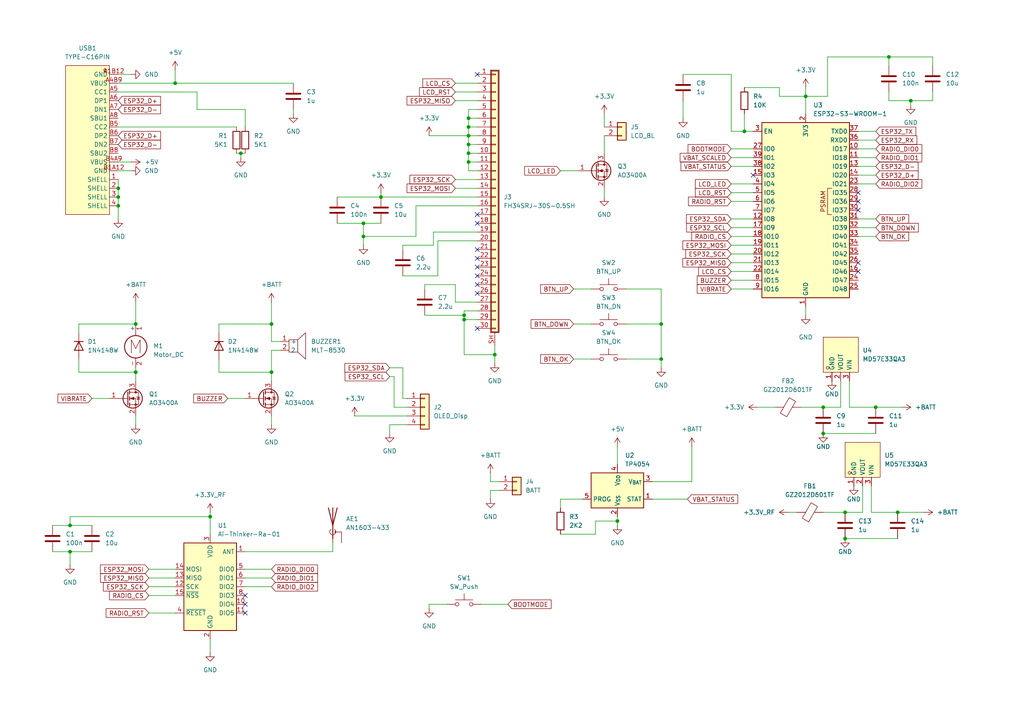
<source format=kicad_sch>
(kicad_sch (version 20231120) (generator "eeschema") (generator_version "8.0")
  (paper "A4")
  (junction (at 135.89 44.45))
  (junction (at 143.51 102.87))
  (junction (at 254 118.11))
  (junction (at 264.16 29.21))
  (junction (at 134.62 92.71))
  (junction (at 257.81 16.51))
  (junction (at 135.89 39.37))
  (junction (at 110.49 57.15))
  (junction (at 135.89 36.83))
  (junction (at 191.77 104.14))
  (junction (at 134.62 91.44))
  (junction (at 215.9 38.1))
  (junction (at 20.32 152.4))
  (junction (at 191.77 93.98))
  (junction (at 135.89 34.29))
  (junction (at 34.29 59.69))
  (junction (at 245.11 148.59))
  (junction (at 39.37 93.98))
  (junction (at 238.76 118.11))
  (junction (at 238.76 125.73))
  (junction (at 179.07 151.13))
  (junction (at 69.85 44.45))
  (junction (at 34.29 57.15))
  (junction (at 78.74 107.95))
  (junction (at 20.32 160.02))
  (junction (at 60.96 149.86))
  (junction (at 260.35 148.59))
  (junction (at 105.41 64.77))
  (junction (at 105.41 68.58))
  (junction (at 135.89 41.91))
  (junction (at 245.11 156.21))
  (junction (at 78.74 93.98))
  (junction (at 34.29 54.61))
  (junction (at 50.8 24.13))
  (junction (at 39.37 107.95))
  (junction (at 233.68 27.94))
  (junction (at 135.89 46.99))
  (no_connect (at 138.43 74.93))
  (no_connect (at 138.43 64.77))
  (no_connect (at 248.92 55.88))
  (no_connect (at 218.44 50.8))
  (no_connect (at 71.12 175.26))
  (no_connect (at 138.43 77.47))
  (no_connect (at 248.92 78.74))
  (no_connect (at 71.12 177.8))
  (no_connect (at 248.92 76.2))
  (no_connect (at 138.43 62.23))
  (no_connect (at 138.43 85.09))
  (no_connect (at 138.43 21.59))
  (no_connect (at 138.43 82.55))
  (no_connect (at 248.92 58.42))
  (no_connect (at 138.43 95.25))
  (no_connect (at 138.43 72.39))
  (no_connect (at 248.92 60.96))
  (no_connect (at 138.43 80.01))
  (no_connect (at 71.12 172.72))
  (wire (pts (xy 162.56 154.94) (xy 172.72 154.94)))
  (wire (pts (xy 191.77 83.82) (xy 191.77 93.98)))
  (wire (pts (xy 22.86 107.95) (xy 39.37 107.95)))
  (wire (pts (xy 132.08 82.55) (xy 123.19 82.55)))
  (wire (pts (xy 39.37 87.63) (xy 39.37 93.98)))
  (wire (pts (xy 134.62 91.44) (xy 134.62 92.71)))
  (wire (pts (xy 50.8 20.32) (xy 50.8 24.13)))
  (wire (pts (xy 233.68 27.94) (xy 233.68 33.02)))
  (wire (pts (xy 132.08 26.67) (xy 138.43 26.67)))
  (wire (pts (xy 232.41 118.11) (xy 238.76 118.11)))
  (wire (pts (xy 60.96 185.42) (xy 60.96 189.23)))
  (wire (pts (xy 129.54 175.26) (xy 124.46 175.26)))
  (wire (pts (xy 132.08 87.63) (xy 132.08 82.55)))
  (wire (pts (xy 248.92 50.8) (xy 254 50.8)))
  (wire (pts (xy 252.73 148.59) (xy 252.73 140.97)))
  (wire (pts (xy 212.09 38.1) (xy 215.9 38.1)))
  (wire (pts (xy 38.1 46.99) (xy 34.29 46.99)))
  (wire (pts (xy 105.41 64.77) (xy 110.49 64.77)))
  (wire (pts (xy 212.09 78.74) (xy 218.44 78.74)))
  (wire (pts (xy 181.61 104.14) (xy 191.77 104.14)))
  (wire (pts (xy 134.62 102.87) (xy 143.51 102.87)))
  (wire (pts (xy 243.84 110.49) (xy 243.84 118.11)))
  (wire (pts (xy 248.92 53.34) (xy 254 53.34)))
  (wire (pts (xy 78.74 120.65) (xy 78.74 123.19)))
  (wire (pts (xy 39.37 107.95) (xy 39.37 110.49)))
  (wire (pts (xy 212.09 53.34) (xy 218.44 53.34)))
  (wire (pts (xy 175.26 39.37) (xy 175.26 44.45)))
  (wire (pts (xy 200.66 129.54) (xy 200.66 139.7)))
  (wire (pts (xy 116.84 115.57) (xy 116.84 106.68)))
  (wire (pts (xy 168.91 144.78) (xy 162.56 144.78)))
  (wire (pts (xy 212.09 21.59) (xy 212.09 38.1)))
  (wire (pts (xy 212.09 81.28) (xy 218.44 81.28)))
  (wire (pts (xy 248.92 63.5) (xy 254 63.5)))
  (wire (pts (xy 123.19 82.55) (xy 123.19 83.82)))
  (wire (pts (xy 38.1 49.53) (xy 34.29 49.53)))
  (wire (pts (xy 105.41 68.58) (xy 105.41 71.12)))
  (wire (pts (xy 124.46 175.26) (xy 124.46 176.53)))
  (wire (pts (xy 257.81 29.21) (xy 264.16 29.21)))
  (wire (pts (xy 71.12 160.02) (xy 96.52 160.02)))
  (wire (pts (xy 212.09 45.72) (xy 218.44 45.72)))
  (wire (pts (xy 125.73 71.12) (xy 116.84 71.12)))
  (wire (pts (xy 20.32 160.02) (xy 26.67 160.02)))
  (wire (pts (xy 68.58 44.45) (xy 69.85 44.45)))
  (wire (pts (xy 116.84 80.01) (xy 127 80.01)))
  (wire (pts (xy 212.09 43.18) (xy 218.44 43.18)))
  (wire (pts (xy 189.23 144.78) (xy 199.39 144.78)))
  (wire (pts (xy 71.12 31.75) (xy 57.15 31.75)))
  (wire (pts (xy 264.16 29.21) (xy 270.51 29.21)))
  (wire (pts (xy 138.43 31.75) (xy 135.89 31.75)))
  (wire (pts (xy 228.6 148.59) (xy 231.14 148.59)))
  (wire (pts (xy 248.92 66.04) (xy 254 66.04)))
  (wire (pts (xy 212.09 55.88) (xy 218.44 55.88)))
  (wire (pts (xy 135.89 44.45) (xy 138.43 44.45)))
  (wire (pts (xy 172.72 151.13) (xy 179.07 151.13)))
  (wire (pts (xy 22.86 104.14) (xy 22.86 107.95)))
  (wire (pts (xy 166.37 83.82) (xy 171.45 83.82)))
  (wire (pts (xy 233.68 25.4) (xy 233.68 27.94)))
  (wire (pts (xy 110.49 55.88) (xy 110.49 57.15)))
  (wire (pts (xy 138.43 67.31) (xy 125.73 67.31)))
  (wire (pts (xy 212.09 76.2) (xy 218.44 76.2)))
  (wire (pts (xy 50.8 24.13) (xy 34.29 24.13)))
  (wire (pts (xy 71.12 170.18) (xy 78.74 170.18)))
  (wire (pts (xy 248.92 38.1) (xy 254 38.1)))
  (wire (pts (xy 200.66 139.7) (xy 189.23 139.7)))
  (wire (pts (xy 246.38 118.11) (xy 246.38 110.49)))
  (wire (pts (xy 135.89 34.29) (xy 135.89 36.83)))
  (wire (pts (xy 248.92 45.72) (xy 254 45.72)))
  (wire (pts (xy 113.03 123.19) (xy 113.03 125.73)))
  (wire (pts (xy 123.19 91.44) (xy 134.62 91.44)))
  (wire (pts (xy 248.92 43.18) (xy 254 43.18)))
  (wire (pts (xy 135.89 39.37) (xy 138.43 39.37)))
  (wire (pts (xy 34.29 57.15) (xy 34.29 59.69)))
  (wire (pts (xy 212.09 48.26) (xy 218.44 48.26)))
  (wire (pts (xy 34.29 54.61) (xy 34.29 57.15)))
  (wire (pts (xy 166.37 104.14) (xy 171.45 104.14)))
  (wire (pts (xy 135.89 39.37) (xy 135.89 41.91)))
  (wire (pts (xy 261.62 118.11) (xy 254 118.11)))
  (wire (pts (xy 38.1 21.59) (xy 34.29 21.59)))
  (wire (pts (xy 135.89 34.29) (xy 138.43 34.29)))
  (wire (pts (xy 135.89 36.83) (xy 138.43 36.83)))
  (wire (pts (xy 245.11 156.21) (xy 260.35 156.21)))
  (wire (pts (xy 212.09 71.12) (xy 218.44 71.12)))
  (wire (pts (xy 191.77 104.14) (xy 191.77 106.68)))
  (wire (pts (xy 139.7 175.26) (xy 147.32 175.26)))
  (wire (pts (xy 113.03 109.22) (xy 114.3 109.22)))
  (wire (pts (xy 63.5 93.98) (xy 63.5 96.52)))
  (wire (pts (xy 34.29 52.07) (xy 34.29 54.61)))
  (wire (pts (xy 240.03 16.51) (xy 257.81 16.51)))
  (wire (pts (xy 142.24 142.24) (xy 142.24 144.78)))
  (wire (pts (xy 138.43 59.69) (xy 120.65 59.69)))
  (wire (pts (xy 212.09 83.82) (xy 218.44 83.82)))
  (wire (pts (xy 60.96 149.86) (xy 60.96 154.94)))
  (wire (pts (xy 238.76 125.73) (xy 254 125.73)))
  (wire (pts (xy 20.32 149.86) (xy 60.96 149.86)))
  (wire (pts (xy 179.07 151.13) (xy 179.07 152.4)))
  (wire (pts (xy 134.62 92.71) (xy 134.62 102.87)))
  (wire (pts (xy 226.06 27.94) (xy 233.68 27.94)))
  (wire (pts (xy 69.85 44.45) (xy 69.85 45.72)))
  (wire (pts (xy 175.26 33.02) (xy 175.26 36.83)))
  (wire (pts (xy 102.87 120.65) (xy 118.11 120.65)))
  (wire (pts (xy 118.11 115.57) (xy 116.84 115.57)))
  (wire (pts (xy 81.28 101.6) (xy 78.74 101.6)))
  (wire (pts (xy 143.51 100.33) (xy 143.51 102.87)))
  (wire (pts (xy 78.74 107.95) (xy 78.74 110.49)))
  (wire (pts (xy 71.12 167.64) (xy 78.74 167.64)))
  (wire (pts (xy 120.65 59.69) (xy 120.65 68.58)))
  (wire (pts (xy 125.73 67.31) (xy 125.73 71.12)))
  (wire (pts (xy 135.89 49.53) (xy 138.43 49.53)))
  (wire (pts (xy 97.79 57.15) (xy 110.49 57.15)))
  (wire (pts (xy 43.18 172.72) (xy 50.8 172.72)))
  (wire (pts (xy 138.43 87.63) (xy 132.08 87.63)))
  (wire (pts (xy 69.85 44.45) (xy 71.12 44.45)))
  (wire (pts (xy 144.78 142.24) (xy 142.24 142.24)))
  (wire (pts (xy 181.61 93.98) (xy 191.77 93.98)))
  (wire (pts (xy 135.89 46.99) (xy 138.43 46.99)))
  (wire (pts (xy 15.24 152.4) (xy 20.32 152.4)))
  (wire (pts (xy 116.84 106.68) (xy 113.03 106.68)))
  (wire (pts (xy 124.46 39.37) (xy 135.89 39.37)))
  (wire (pts (xy 257.81 26.67) (xy 257.81 29.21)))
  (wire (pts (xy 34.29 36.83) (xy 68.58 36.83)))
  (wire (pts (xy 114.3 109.22) (xy 114.3 118.11)))
  (wire (pts (xy 15.24 160.02) (xy 20.32 160.02)))
  (wire (pts (xy 34.29 59.69) (xy 34.29 63.5)))
  (wire (pts (xy 257.81 16.51) (xy 270.51 16.51)))
  (wire (pts (xy 248.92 68.58) (xy 254 68.58)))
  (wire (pts (xy 254 118.11) (xy 246.38 118.11)))
  (wire (pts (xy 127 80.01) (xy 127 69.85)))
  (wire (pts (xy 238.76 118.11) (xy 243.84 118.11)))
  (wire (pts (xy 20.32 152.4) (xy 26.67 152.4)))
  (wire (pts (xy 233.68 88.9) (xy 233.68 91.44)))
  (wire (pts (xy 198.12 21.59) (xy 212.09 21.59)))
  (wire (pts (xy 257.81 16.51) (xy 257.81 19.05)))
  (wire (pts (xy 20.32 160.02) (xy 20.32 163.83)))
  (wire (pts (xy 116.84 71.12) (xy 116.84 72.39)))
  (wire (pts (xy 166.37 93.98) (xy 171.45 93.98)))
  (wire (pts (xy 179.07 129.54) (xy 179.07 134.62)))
  (wire (pts (xy 260.35 148.59) (xy 252.73 148.59)))
  (wire (pts (xy 138.43 90.17) (xy 134.62 90.17)))
  (wire (pts (xy 215.9 38.1) (xy 218.44 38.1)))
  (wire (pts (xy 245.11 148.59) (xy 250.19 148.59)))
  (wire (pts (xy 179.07 149.86) (xy 179.07 151.13)))
  (wire (pts (xy 63.5 107.95) (xy 78.74 107.95)))
  (wire (pts (xy 219.71 118.11) (xy 224.79 118.11)))
  (wire (pts (xy 132.08 54.61) (xy 138.43 54.61)))
  (wire (pts (xy 135.89 36.83) (xy 135.89 39.37)))
  (wire (pts (xy 20.32 152.4) (xy 20.32 149.86)))
  (wire (pts (xy 135.89 44.45) (xy 135.89 46.99)))
  (wire (pts (xy 60.96 148.59) (xy 60.96 149.86)))
  (wire (pts (xy 78.74 93.98) (xy 63.5 93.98)))
  (wire (pts (xy 66.04 115.57) (xy 71.12 115.57)))
  (wire (pts (xy 212.09 58.42) (xy 218.44 58.42)))
  (wire (pts (xy 120.65 68.58) (xy 105.41 68.58)))
  (wire (pts (xy 143.51 102.87) (xy 143.51 105.41)))
  (wire (pts (xy 238.76 148.59) (xy 245.11 148.59)))
  (wire (pts (xy 212.09 66.04) (xy 218.44 66.04)))
  (wire (pts (xy 226.06 25.4) (xy 226.06 27.94)))
  (wire (pts (xy 63.5 104.14) (xy 63.5 107.95)))
  (wire (pts (xy 110.49 57.15) (xy 138.43 57.15)))
  (wire (pts (xy 96.52 160.02) (xy 96.52 157.48)))
  (wire (pts (xy 43.18 170.18) (xy 50.8 170.18)))
  (wire (pts (xy 57.15 31.75) (xy 57.15 26.67)))
  (wire (pts (xy 240.03 16.51) (xy 240.03 27.94)))
  (wire (pts (xy 248.92 48.26) (xy 254 48.26)))
  (wire (pts (xy 250.19 140.97) (xy 250.19 148.59)))
  (wire (pts (xy 142.24 139.7) (xy 142.24 137.16)))
  (wire (pts (xy 22.86 93.98) (xy 22.86 96.52)))
  (wire (pts (xy 132.08 52.07) (xy 138.43 52.07)))
  (wire (pts (xy 267.97 148.59) (xy 260.35 148.59)))
  (wire (pts (xy 240.03 27.94) (xy 233.68 27.94)))
  (wire (pts (xy 78.74 87.63) (xy 78.74 93.98)))
  (wire (pts (xy 162.56 144.78) (xy 162.56 147.32)))
  (wire (pts (xy 71.12 36.83) (xy 71.12 31.75)))
  (wire (pts (xy 50.8 24.13) (xy 85.09 24.13)))
  (wire (pts (xy 135.89 46.99) (xy 135.89 49.53)))
  (wire (pts (xy 26.67 115.57) (xy 31.75 115.57)))
  (wire (pts (xy 135.89 31.75) (xy 135.89 34.29)))
  (wire (pts (xy 212.09 63.5) (xy 218.44 63.5)))
  (wire (pts (xy 270.51 19.05) (xy 270.51 16.51)))
  (wire (pts (xy 135.89 41.91) (xy 138.43 41.91)))
  (wire (pts (xy 132.08 24.13) (xy 138.43 24.13)))
  (wire (pts (xy 57.15 26.67) (xy 34.29 26.67)))
  (wire (pts (xy 105.41 68.58) (xy 105.41 64.77)))
  (wire (pts (xy 127 69.85) (xy 138.43 69.85)))
  (wire (pts (xy 270.51 29.21) (xy 270.51 26.67)))
  (wire (pts (xy 134.62 90.17) (xy 134.62 91.44)))
  (wire (pts (xy 71.12 165.1) (xy 78.74 165.1)))
  (wire (pts (xy 114.3 118.11) (xy 118.11 118.11)))
  (wire (pts (xy 144.78 139.7) (xy 142.24 139.7)))
  (wire (pts (xy 78.74 99.06) (xy 78.74 93.98)))
  (wire (pts (xy 43.18 177.8) (xy 50.8 177.8)))
  (wire (pts (xy 138.43 92.71) (xy 134.62 92.71)))
  (wire (pts (xy 118.11 123.19) (xy 113.03 123.19)))
  (wire (pts (xy 175.26 54.61) (xy 175.26 57.15)))
  (wire (pts (xy 97.79 64.77) (xy 105.41 64.77)))
  (wire (pts (xy 181.61 83.82) (xy 191.77 83.82)))
  (wire (pts (xy 81.28 99.06) (xy 78.74 99.06)))
  (wire (pts (xy 39.37 107.95) (xy 39.37 106.68)))
  (wire (pts (xy 43.18 167.64) (xy 50.8 167.64)))
  (wire (pts (xy 135.89 41.91) (xy 135.89 44.45)))
  (wire (pts (xy 191.77 93.98) (xy 191.77 104.14)))
  (wire (pts (xy 198.12 29.21) (xy 198.12 34.29)))
  (wire (pts (xy 43.18 165.1) (xy 50.8 165.1)))
  (wire (pts (xy 172.72 154.94) (xy 172.72 151.13)))
  (wire (pts (xy 132.08 29.21) (xy 138.43 29.21)))
  (wire (pts (xy 215.9 33.02) (xy 215.9 38.1)))
  (wire (pts (xy 248.92 40.64) (xy 254 40.64)))
  (wire (pts (xy 264.16 29.21) (xy 264.16 30.48)))
  (wire (pts (xy 85.09 31.75) (xy 85.09 33.02)))
  (wire (pts (xy 78.74 101.6) (xy 78.74 107.95)))
  (wire (pts (xy 39.37 93.98) (xy 22.86 93.98)))
  (wire (pts (xy 215.9 25.4) (xy 226.06 25.4)))
  (wire (pts (xy 39.37 120.65) (xy 39.37 123.19)))
  (wire (pts (xy 212.09 68.58) (xy 218.44 68.58)))
  (wire (pts (xy 162.56 49.53) (xy 167.64 49.53)))
  (wire (pts (xy 212.09 73.66) (xy 218.44 73.66)))
  (global_label "ESP32_RX" (shape input) (at 254 40.64 0) (property "Intersheetrefs" "${INTERSHEET_REFS}" (effects (hide yes))))
  (global_label "LCD_LED" (shape input) (at 212.09 53.34 180) (property "Intersheetrefs" "${INTERSHEET_REFS}" (effects (hide yes))))
  (global_label "ESP32_SCK" (shape input) (at 132.08 52.07 180) (property "Intersheetrefs" "${INTERSHEET_REFS}" (effects (hide yes))))
  (global_label "ESP32_SDA" (shape input) (at 212.09 63.5 180) (property "Intersheetrefs" "${INTERSHEET_REFS}" (effects (hide yes))))
  (global_label "ESP32_SCK" (shape input) (at 43.18 170.18 180) (property "Intersheetrefs" "${INTERSHEET_REFS}" (effects (hide yes))))
  (global_label "VBAT_STATUS" (shape input) (at 212.09 48.26 180) (property "Intersheetrefs" "${INTERSHEET_REFS}" (effects (hide yes))))
  (global_label "RADIO_DIO0" (shape input) (at 254 43.18 0) (property "Intersheetrefs" "${INTERSHEET_REFS}" (effects (hide yes))))
  (global_label "ESP32_SCK" (shape input) (at 212.09 73.66 180) (property "Intersheetrefs" "${INTERSHEET_REFS}" (effects (hide yes))))
  (global_label "RADIO_DIO1" (shape input) (at 78.74 167.64 0) (property "Intersheetrefs" "${INTERSHEET_REFS}" (effects (hide yes))))
  (global_label "VIBRATE" (shape input) (at 26.67 115.57 180) (property "Intersheetrefs" "${INTERSHEET_REFS}" (effects (hide yes))))
  (global_label "LCD_CS" (shape input) (at 212.09 78.74 180) (property "Intersheetrefs" "${INTERSHEET_REFS}" (effects (hide yes))))
  (global_label "ESP32_D+" (shape input) (at 254 50.8 0) (property "Intersheetrefs" "${INTERSHEET_REFS}" (effects (hide yes))))
  (global_label "ESP32_MISO" (shape input) (at 43.18 167.64 180) (property "Intersheetrefs" "${INTERSHEET_REFS}" (effects (hide yes))))
  (global_label "ESP32_SCL" (shape input) (at 212.09 66.04 180) (property "Intersheetrefs" "${INTERSHEET_REFS}" (effects (hide yes))))
  (global_label "BOOTMODE" (shape input) (at 212.09 43.18 180) (property "Intersheetrefs" "${INTERSHEET_REFS}" (effects (hide yes))))
  (global_label "LCD_LED" (shape input) (at 162.56 49.53 180) (property "Intersheetrefs" "${INTERSHEET_REFS}" (effects (hide yes))))
  (global_label "VBAT_STATUS" (shape input) (at 199.39 144.78 0) (property "Intersheetrefs" "${INTERSHEET_REFS}" (effects (hide yes))))
  (global_label "ESP32_D-" (shape input) (at 34.29 41.91 0) (property "Intersheetrefs" "${INTERSHEET_REFS}" (effects (hide yes))))
  (global_label "ESP32_TX" (shape input) (at 254 38.1 0) (property "Intersheetrefs" "${INTERSHEET_REFS}" (effects (hide yes))))
  (global_label "RADIO_DIO0" (shape input) (at 78.74 165.1 0) (property "Intersheetrefs" "${INTERSHEET_REFS}" (effects (hide yes))))
  (global_label "RADIO_CS" (shape input) (at 43.18 172.72 180) (property "Intersheetrefs" "${INTERSHEET_REFS}" (effects (hide yes))))
  (global_label "BTN_DOWN" (shape input) (at 166.37 93.98 180) (property "Intersheetrefs" "${INTERSHEET_REFS}" (effects (hide yes))))
  (global_label "ESP32_MOSI" (shape input) (at 212.09 71.12 180) (property "Intersheetrefs" "${INTERSHEET_REFS}" (effects (hide yes))))
  (global_label "RADIO_RST" (shape input) (at 43.18 177.8 180) (property "Intersheetrefs" "${INTERSHEET_REFS}" (effects (hide yes))))
  (global_label "BUZZER" (shape input) (at 212.09 81.28 180) (property "Intersheetrefs" "${INTERSHEET_REFS}" (effects (hide yes))))
  (global_label "BTN_UP" (shape input) (at 166.37 83.82 180) (property "Intersheetrefs" "${INTERSHEET_REFS}" (effects (hide yes))))
  (global_label "BTN_UP" (shape input) (at 254 63.5 0) (property "Intersheetrefs" "${INTERSHEET_REFS}" (effects (hide yes))))
  (global_label "ESP32_MISO" (shape input) (at 212.09 76.2 180) (property "Intersheetrefs" "${INTERSHEET_REFS}" (effects (hide yes))))
  (global_label "ESP32_SDA" (shape input) (at 113.03 106.68 180) (property "Intersheetrefs" "${INTERSHEET_REFS}" (effects (hide yes))))
  (global_label "ESP32_MOSI" (shape input) (at 43.18 165.1 180) (property "Intersheetrefs" "${INTERSHEET_REFS}" (effects (hide yes))))
  (global_label "LCD_CS" (shape input) (at 132.08 24.13 180) (property "Intersheetrefs" "${INTERSHEET_REFS}" (effects (hide yes))))
  (global_label "RADIO_CS" (shape input) (at 212.09 68.58 180) (property "Intersheetrefs" "${INTERSHEET_REFS}" (effects (hide yes))))
  (global_label "ESP32_D+" (shape input) (at 34.29 39.37 0) (property "Intersheetrefs" "${INTERSHEET_REFS}" (effects (hide yes))))
  (global_label "BTN_OK" (shape input) (at 254 68.58 0) (property "Intersheetrefs" "${INTERSHEET_REFS}" (effects (hide yes))))
  (global_label "ESP32_MOSI" (shape input) (at 132.08 54.61 180) (property "Intersheetrefs" "${INTERSHEET_REFS}" (effects (hide yes))))
  (global_label "RADIO_DIO2" (shape input) (at 78.74 170.18 0) (property "Intersheetrefs" "${INTERSHEET_REFS}" (effects (hide yes))))
  (global_label "RADIO_DIO2" (shape input) (at 254 53.34 0) (property "Intersheetrefs" "${INTERSHEET_REFS}" (effects (hide yes))))
  (global_label "BTN_OK" (shape input) (at 166.37 104.14 180) (property "Intersheetrefs" "${INTERSHEET_REFS}" (effects (hide yes))))
  (global_label "BUZZER" (shape input) (at 66.04 115.57 180) (property "Intersheetrefs" "${INTERSHEET_REFS}" (effects (hide yes))))
  (global_label "ESP32_D-" (shape input) (at 254 48.26 0) (property "Intersheetrefs" "${INTERSHEET_REFS}" (effects (hide yes))))
  (global_label "ESP32_SCL" (shape input) (at 113.03 109.22 180) (property "Intersheetrefs" "${INTERSHEET_REFS}" (effects (hide yes))))
  (global_label "RADIO_DIO1" (shape input) (at 254 45.72 0) (property "Intersheetrefs" "${INTERSHEET_REFS}" (effects (hide yes))))
  (global_label "ESP32_MISO" (shape input) (at 132.08 29.21 180) (property "Intersheetrefs" "${INTERSHEET_REFS}" (effects (hide yes))))
  (global_label "VIBRATE" (shape input) (at 212.09 83.82 180) (property "Intersheetrefs" "${INTERSHEET_REFS}" (effects (hide yes))))
  (global_label "BOOTMODE" (shape input) (at 147.32 175.26 0) (property "Intersheetrefs" "${INTERSHEET_REFS}" (effects (hide yes))))
  (global_label "LCD_RST" (shape input) (at 212.09 55.88 180) (property "Intersheetrefs" "${INTERSHEET_REFS}" (effects (hide yes))))
  (global_label "LCD_RST" (shape input) (at 132.08 26.67 180) (property "Intersheetrefs" "${INTERSHEET_REFS}" (effects (hide yes))))
  (global_label "VBAT_SCALED" (shape input) (at 212.09 45.72 180) (property "Intersheetrefs" "${INTERSHEET_REFS}" (effects (hide yes))))
  (global_label "BTN_DOWN" (shape input) (at 254 66.04 0) (property "Intersheetrefs" "${INTERSHEET_REFS}" (effects (hide yes))))
  (global_label "ESP32_D-" (shape input) (at 34.29 31.75 0) (property "Intersheetrefs" "${INTERSHEET_REFS}" (effects (hide yes))))
  (global_label "ESP32_D+" (shape input) (at 34.29 29.21 0) (property "Intersheetrefs" "${INTERSHEET_REFS}" (effects (hide yes))))
  (global_label "RADIO_RST" (shape input) (at 212.09 58.42 180) (property "Intersheetrefs" "${INTERSHEET_REFS}" (effects (hide yes))))
  (symbol (lib_id "easyeda:MD57E33QA3") (at 243.84 102.87 90) (unit 1)
    (property "Reference" "U4" (at 250.19 101.5999 90) (effects (justify right)))
    (property "Value" "MD57E33QA3" (at 250.19 104.1399 90) (effects (justify right)))
    (property "Footprint" "easyeda:SOT-23-3_L2.9-W1.6-P1.90-LS2.8-BR" (effects (hide yes)))
    (property "LCSC Part" "C920553" (effects (hide yes)))
  )
  (symbol (lib_id "power:GND") (at 238.76 125.73 0) (unit 1)
    (property "Reference" "#PWR036" (effects (hide yes)))
    (property "Value" "GND" (at 238.76 129.54 0))
    (property "Description" "Power symbol creates a global label with name \"GND\" , ground" (effects (hide yes)))
  )
  (symbol (lib_id "Device:C") (at 123.19 87.63 0) (unit 1)
    (property "Reference" "C7" (at 127 86.3599 0) (effects (justify left)))
    (property "Value" "2.2u" (at 127 88.8999 0) (effects (justify left)))
    (property "Footprint" "Capacitor_SMD:C_0805_2012Metric" (effects (hide yes)))
    (property "Description" "Unpolarized capacitor" (effects (hide yes)))
  )
  (symbol (lib_id "power:GND") (at 113.03 125.73 0) (unit 1)
    (property "Reference" "#PWR016" (effects (hide yes)))
    (property "Value" "GND" (at 113.03 130.81 0))
    (property "Description" "Power symbol creates a global label with name \"GND\" , ground" (effects (hide yes)))
  )
  (symbol (lib_id "power:+3.3V") (at 110.49 55.88 0) (unit 1)
    (property "Reference" "#PWR015" (effects (hide yes)))
    (property "Value" "+3.3V" (at 110.49 50.8 0))
    (property "Description" "Power symbol creates a global label with name \"+3.3V\"" (effects (hide yes)))
  )
  (symbol (lib_id "power:GND") (at 38.1 49.53 90) (unit 1)
    (property "Reference" "#PWR040" (effects (hide yes)))
    (property "Value" "GND" (at 41.91 49.5299 90) (effects (justify right)))
    (property "Description" "Power symbol creates a global label with name \"GND\" , ground" (effects (hide yes)))
  )
  (symbol (lib_id "power:GND") (at 142.24 144.78 0) (unit 1)
    (property "Reference" "#PWR020" (effects (hide yes)))
    (property "Value" "GND" (at 142.24 149.86 0))
    (property "Description" "Power symbol creates a global label with name \"GND\" , ground" (effects (hide yes)))
  )
  (symbol (lib_id "Device:C") (at 254 121.92 0) (unit 1)
    (property "Reference" "C11" (at 257.81 120.6499 0) (effects (justify left)))
    (property "Value" "1u" (at 257.81 123.1899 0) (effects (justify left)))
    (property "Footprint" "Capacitor_SMD:C_0805_2012Metric" (effects (hide yes)))
    (property "Description" "Unpolarized capacitor" (effects (hide yes)))
  )
  (symbol (lib_id "power:GND") (at 124.46 176.53 0) (unit 1)
    (property "Reference" "#PWR018" (effects (hide yes)))
    (property "Value" "GND" (at 124.46 181.61 0))
    (property "Description" "Power symbol creates a global label with name \"GND\" , ground" (effects (hide yes)))
  )
  (symbol (lib_id "power:GND") (at 69.85 45.72 0) (unit 1)
    (property "Reference" "#PWR08" (effects (hide yes)))
    (property "Value" "GND" (at 69.85 50.8 0))
    (property "Description" "Power symbol creates a global label with name \"GND\" , ground" (effects (hide yes)))
  )
  (symbol (lib_id "power:+3.3V") (at 102.87 120.65 0) (unit 1)
    (property "Reference" "#PWR013" (effects (hide yes)))
    (property "Value" "+3.3V" (at 102.87 115.57 0))
    (property "Description" "Power symbol creates a global label with name \"+3.3V\"" (effects (hide yes)))
  )
  (symbol (lib_id "power:+BATT") (at 267.97 148.59 270) (unit 1)
    (property "Reference" "#PWR039" (effects (hide yes)))
    (property "Value" "+BATT" (at 271.78 148.5899 90) (effects (justify left)))
    (property "Description" "Power symbol creates a global label with name \"+BATT\"" (effects (hide yes)))
  )
  (symbol (lib_id "Device:C") (at 85.09 27.94 0) (unit 1)
    (property "Reference" "C3" (at 88.9 26.6699 0) (effects (justify left)))
    (property "Value" "1u" (at 88.9 29.2099 0) (effects (justify left)))
    (property "Footprint" "Capacitor_SMD:C_0805_2012Metric" (effects (hide yes)))
    (property "Description" "Unpolarized capacitor" (effects (hide yes)))
  )
  (symbol (lib_id "power:GND") (at 245.11 156.21 0) (unit 1)
    (property "Reference" "#PWR037" (effects (hide yes)))
    (property "Value" "GND" (at 245.11 160.02 0))
    (property "Description" "Power symbol creates a global label with name \"GND\" , ground" (effects (hide yes)))
  )
  (symbol (lib_id "Battery_Management:MCP73831-2-OT") (at 179.07 142.24 0) (unit 1)
    (property "Reference" "U2" (at 181.2641 132.08 0) (effects (justify left)))
    (property "Value" "TP4054" (at 181.2641 134.62 0) (effects (justify left)))
    (property "Footprint" "Package_TO_SOT_SMD:SOT-23-5" (effects (hide yes)))
    (property "Datasheet" "https://www.lcsc.com/datasheet/lcsc_datasheet_1809261814_TOPPOWER-Nanjing-Extension-Microelectronics-TP4054-42-SOT25R_C32574.pdf" (effects (hide yes)))
  )
  (symbol (lib_id "RF_Module:ESP32-S3-WROOM-1") (at 233.68 60.96 0) (unit 1)
    (property "Reference" "U3" (at 235.8741 30.48 0) (effects (justify left)))
    (property "Value" "ESP32-S3-WROOM-1" (at 235.8741 33.02 0) (effects (justify left)))
    (property "Footprint" "RF_Module:ESP32-S3-WROOM-1" (effects (hide yes)))
    (property "Datasheet" "https://www.espressif.com/sites/default/files/documentation/esp32-s3-wroom-1_wroom-1u_datasheet_en.pdf" (effects (hide yes)))
    (property "Description" "RF Module, ESP32-S3 SoC, Wi-Fi 802.11b/g/n, Bluetooth, BLE, 32-bit, 3.3V, onboard antenna, SMD" (effects (hide yes)))
  )
  (symbol (lib_id "power:+BATT") (at 200.66 129.54 0) (unit 1)
    (property "Reference" "#PWR028" (effects (hide yes)))
    (property "Value" "+BATT" (at 200.66 124.46 0))
    (property "Description" "Power symbol creates a global label with name \"+BATT\"" (effects (hide yes)))
  )
  (symbol (lib_id "Transistor_FET:AO3400A") (at 36.83 115.57 0) (unit 1)
    (property "Reference" "Q1" (at 43.18 114.2999 0) (effects (justify left)))
    (property "Value" "AO3400A" (at 43.18 116.8399 0) (effects (justify left)))
    (property "Footprint" "Package_TO_SOT_SMD:SOT-23" (effects (hide yes)))
    (property "Datasheet" "http://www.aosmd.com/pdfs/datasheet/AO3400A.pdf" (effects (hide yes)))
    (property "Description" "30V Vds, 5.7A Id, N-Channel MOSFET, SOT-23" (effects (hide yes)))
  )
  (symbol (lib_id "Transistor_FET:AO3400A") (at 172.72 49.53 0) (unit 1)
    (property "Reference" "Q3" (at 179.07 48.2599 0) (effects (justify left)))
    (property "Value" "AO3400A" (at 179.07 50.7999 0) (effects (justify left)))
    (property "Footprint" "Package_TO_SOT_SMD:SOT-23" (effects (hide yes)))
    (property "Datasheet" "http://www.aosmd.com/pdfs/datasheet/AO3400A.pdf" (effects (hide yes)))
    (property "Description" "30V Vds, 5.7A Id, N-Channel MOSFET, SOT-23" (effects (hide yes)))
  )
  (symbol (lib_id "Connector_Generic:Conn_01x02") (at 180.34 36.83 0) (unit 1)
    (property "Reference" "J5" (at 182.88 36.8299 0) (effects (justify left)))
    (property "Value" "LCD_BL" (at 182.88 39.3699 0) (effects (justify left)))
    (property "Footprint" "Waffle2Rev0.1:ER-CON2.0-2P-SMD" (effects (hide yes)))
    (property "Description" "Generic connector, single row, 01x02, script generated (kicad-library-utils/schlib/autogen/connector/)" (effects (hide yes)))
  )
  (symbol (lib_id "Device:R") (at 71.12 40.64 0) (unit 1)
    (property "Reference" "R2" (at 73.66 39.3699 0) (effects (justify left)))
    (property "Value" "5K1" (at 73.66 41.9099 0) (effects (justify left)))
    (property "Footprint" "Capacitor_SMD:C_0805_2012Metric" (effects (hide yes)))
    (property "Description" "Resistor" (effects (hide yes)))
  )
  (symbol (lib_id "power:GND") (at 20.32 163.83 0) (unit 1)
    (property "Reference" "#PWR01" (effects (hide yes)))
    (property "Value" "GND" (at 20.32 168.91 0))
    (property "Description" "Power symbol creates a global label with name \"GND\" , ground" (effects (hide yes)))
  )
  (symbol (lib_id "Device:C") (at 116.84 76.2 0) (unit 1)
    (property "Reference" "C6" (at 120.65 74.9299 0) (effects (justify left)))
    (property "Value" "2.2u" (at 120.65 77.4699 0) (effects (justify left)))
    (property "Footprint" "Capacitor_SMD:C_0805_2012Metric" (effects (hide yes)))
    (property "Description" "Unpolarized capacitor" (effects (hide yes)))
  )
  (symbol (lib_id "Device:C") (at 257.81 22.86 0) (unit 1)
    (property "Reference" "C10" (at 261.62 21.5899 0) (effects (justify left)))
    (property "Value" "100n" (at 261.62 24.1299 0) (effects (justify left)))
    (property "Footprint" "Capacitor_SMD:C_0805_2012Metric" (effects (hide yes)))
    (property "Description" "Unpolarized capacitor" (effects (hide yes)))
  )
  (symbol (lib_id "power:GND") (at 247.65 140.97 0) (unit 1)
    (property "Reference" "#PWR038" (effects (hide yes)))
    (property "Value" "GND" (at 247.65 144.78 0))
    (property "Description" "Power symbol creates a global label with name \"GND\" , ground" (effects (hide yes)))
  )
  (symbol (lib_id "power:GND") (at 179.07 152.4 0) (unit 1)
    (property "Reference" "#PWR026" (effects (hide yes)))
    (property "Value" "GND" (at 179.07 157.48 0))
    (property "Description" "Power symbol creates a global label with name \"GND\" , ground" (effects (hide yes)))
  )
  (symbol (lib_id "Connector_Generic:Conn_01x04") (at 123.19 118.11 0) (unit 1)
    (property "Reference" "J2" (at 125.73 118.1099 0) (effects (justify left)))
    (property "Value" "OLED_Disp" (at 125.73 120.6499 0) (effects (justify left)))
    (property "Footprint" "Connector_PinHeader_2.54mm:PinHeader_1x04_P2.54mm_Vertical" (effects (hide yes)))
    (property "Description" "Generic connector, single row, 01x04, script generated (kicad-library-utils/schlib/autogen/connector/)" (effects (hide yes)))
  )
  (symbol (lib_id "easyeda:TYPE-C16PIN") (at 25.4 40.64 0) (mirror y) (unit 1)
    (property "Reference" "USB1" (at 25.4 13.97 0))
    (property "Value" "TYPE-C16PIN" (at 25.4 16.51 0))
    (property "Footprint" "easyeda:USB-C-SMD_TYPE-C16PIN" (effects (hide yes)))
    (property "Datasheet" "https://lcsc.com/product-detail/USB-Connectors_SHOU-HAN-TYPE-C16PIN_C393939.html" (effects (hide yes)))
    (property "LCSC Part" "C393939" (effects (hide yes)))
  )
  (symbol (lib_id "power:GND") (at 39.37 123.19 0) (unit 1)
    (property "Reference" "#PWR04" (effects (hide yes)))
    (property "Value" "GND" (at 39.37 128.27 0))
    (property "Description" "Power symbol creates a global label with name \"GND\" , ground" (effects (hide yes)))
  )
  (symbol (lib_id "easyeda:MD57E33QA3") (at 250.19 133.35 90) (unit 1)
    (property "Reference" "U5" (at 256.54 132.0799 90) (effects (justify right)))
    (property "Value" "MD57E33QA3" (at 256.54 134.6199 90) (effects (justify right)))
    (property "Footprint" "easyeda:SOT-23-3_L2.9-W1.6-P1.90-LS2.8-BR" (effects (hide yes)))
    (property "LCSC Part" "C920553" (effects (hide yes)))
  )
  (symbol (lib_id "Device:R") (at 215.9 29.21 0) (unit 1)
    (property "Reference" "R4" (at 218.44 27.9399 0) (effects (justify left)))
    (property "Value" "10K" (at 218.44 30.4799 0) (effects (justify left)))
    (property "Footprint" "Capacitor_SMD:C_0805_2012Metric" (effects (hide yes)))
    (property "Description" "Resistor" (effects (hide yes)))
  )
  (symbol (lib_id "power:GND") (at 191.77 106.68 0) (unit 1)
    (property "Reference" "#PWR024" (effects (hide yes)))
    (property "Value" "GND" (at 191.77 111.76 0))
    (property "Description" "Power symbol creates a global label with name \"GND\" , ground" (effects (hide yes)))
  )
  (symbol (lib_id "power:+BATT") (at 78.74 87.63 0) (unit 1)
    (property "Reference" "#PWR09" (effects (hide yes)))
    (property "Value" "+BATT" (at 78.74 82.55 0))
    (property "Description" "Power symbol creates a global label with name \"+BATT\"" (effects (hide yes)))
  )
  (symbol (lib_id "Device:C") (at 245.11 152.4 0) (unit 1)
    (property "Reference" "C13" (at 248.92 151.1299 0) (effects (justify left)))
    (property "Value" "1u" (at 248.92 153.6699 0) (effects (justify left)))
    (property "Footprint" "Capacitor_SMD:C_0805_2012Metric" (effects (hide yes)))
    (property "Description" "Unpolarized capacitor" (effects (hide yes)))
  )
  (symbol (lib_id "power:+BATT") (at 261.62 118.11 270) (unit 1)
    (property "Reference" "#PWR031" (effects (hide yes)))
    (property "Value" "+BATT" (at 265.43 118.1099 90) (effects (justify left)))
    (property "Description" "Power symbol creates a global label with name \"+BATT\"" (effects (hide yes)))
  )
  (symbol (lib_id "Connector_Generic_Shielded:Conn_01x30_Shielded") (at 143.51 57.15 0) (unit 1)
    (property "Reference" "J3" (at 146.05 57.1499 0) (effects (justify left)))
    (property "Value" "FH34SRJ-30S-0.5SH" (at 146.05 59.6899 0) (effects (justify left)))
    (property "Footprint" "Waffle2Rev0.1:ER-CON30HB-1" (effects (hide yes)))
    (property "Description" "Generic shielded connector, single row, 01x30, script generated (kicad-library-utils/schlib/autogen/connector/)" (effects (hide yes)))
  )
  (symbol (lib_id "power:GND") (at 241.3 110.49 0) (unit 1)
    (property "Reference" "#PWR034" (effects (hide yes)))
    (property "Value" "GND" (at 241.3 114.3 0))
    (property "Description" "Power symbol creates a global label with name \"GND\" , ground" (effects (hide yes)))
  )
  (symbol (lib_id "power:GND") (at 60.96 189.23 0) (unit 1)
    (property "Reference" "#PWR07" (effects (hide yes)))
    (property "Value" "GND" (at 60.96 194.31 0))
    (property "Description" "Power symbol creates a global label with name \"GND\" , ground" (effects (hide yes)))
  )
  (symbol (lib_id "Transistor_FET:AO3400A") (at 76.2 115.57 0) (unit 1)
    (property "Reference" "Q2" (at 82.55 114.2999 0) (effects (justify left)))
    (property "Value" "AO3400A" (at 82.55 116.8399 0) (effects (justify left)))
    (property "Footprint" "Package_TO_SOT_SMD:SOT-23" (effects (hide yes)))
    (property "Datasheet" "http://www.aosmd.com/pdfs/datasheet/AO3400A.pdf" (effects (hide yes)))
    (property "Description" "30V Vds, 5.7A Id, N-Channel MOSFET, SOT-23" (effects (hide yes)))
  )
  (symbol (lib_id "Switch:SW_Push") (at 176.53 104.14 0) (unit 1)
    (property "Reference" "SW4" (at 176.53 96.52 0))
    (property "Value" "BTN_OK" (at 176.53 99.06 0))
    (property "Footprint" "Button_Switch_SMD:SW_SPST_CK_RS282G05A3" (effects (hide yes)))
    (property "Description" "Push button switch, generic, two pins" (effects (hide yes)))
  )
  (symbol (lib_id "power:GND") (at 38.1 21.59 90) (unit 1)
    (property "Reference" "#PWR041" (effects (hide yes)))
    (property "Value" "GND" (at 41.91 21.5899 90) (effects (justify right)))
    (property "Description" "Power symbol creates a global label with name \"GND\" , ground" (effects (hide yes)))
  )
  (symbol (lib_id "power:+BATT") (at 39.37 87.63 0) (unit 1)
    (property "Reference" "#PWR03" (effects (hide yes)))
    (property "Value" "+BATT" (at 39.37 82.55 0))
    (property "Description" "Power symbol creates a global label with name \"+BATT\"" (effects (hide yes)))
  )
  (symbol (lib_id "power:GND") (at 85.09 33.02 0) (unit 1)
    (property "Reference" "#PWR011" (effects (hide yes)))
    (property "Value" "GND" (at 85.09 38.1 0))
    (property "Description" "Power symbol creates a global label with name \"GND\" , ground" (effects (hide yes)))
  )
  (symbol (lib_id "Device:C") (at 270.51 22.86 0) (unit 1)
    (property "Reference" "C12" (at 274.32 21.5899 0) (effects (justify left)))
    (property "Value" "10u" (at 274.32 24.1299 0) (effects (justify left)))
    (property "Footprint" "Capacitor_SMD:C_0805_2012Metric" (effects (hide yes)))
    (property "Description" "Unpolarized capacitor" (effects (hide yes)))
  )
  (symbol (lib_id "Diode:1N4148W") (at 22.86 100.33 270) (unit 1)
    (property "Reference" "D1" (at 25.4 99.0599 90) (effects (justify left)))
    (property "Value" "1N4148W" (at 25.4 101.5999 90) (effects (justify left)))
    (property "Footprint" "Diode_SMD:D_SOD-123" (effects (hide yes)))
    (property "Datasheet" "https://www.vishay.com/docs/85748/1n4148w.pdf" (effects (hide yes)))
    (property "Description" "75V 0.15A Fast Switching Diode, SOD-123" (effects (hide yes)))
    (property "Sim.Device" "D" (effects (hide yes)))
    (property "Sim.Pins" "1=K 2=A" (effects (hide yes)))
  )
  (symbol (lib_id "power:+3.3V") (at 219.71 118.11 90) (unit 1)
    (property "Reference" "#PWR035" (effects (hide yes)))
    (property "Value" "+3.3V" (at 215.9 118.1099 90) (effects (justify left)))
    (property "Description" "Power symbol creates a global label with name \"+3.3V\"" (effects (hide yes)))
  )
  (symbol (lib_id "power:+5V") (at 50.8 20.32 0) (unit 1)
    (property "Reference" "#PWR05" (effects (hide yes)))
    (property "Value" "+5V" (at 50.8 15.24 0))
    (property "Description" "Power symbol creates a global label with name \"+5V\"" (effects (hide yes)))
  )
  (symbol (lib_id "Switch:SW_Push") (at 176.53 93.98 0) (unit 1)
    (property "Reference" "SW3" (at 176.53 86.36 0))
    (property "Value" "BTN_DN" (at 176.53 88.9 0))
    (property "Footprint" "Button_Switch_SMD:SW_SPST_CK_RS282G05A3" (effects (hide yes)))
    (property "Description" "Push button switch, generic, two pins" (effects (hide yes)))
  )
  (symbol (lib_id "power:+3.3V") (at 124.46 39.37 0) (unit 1)
    (property "Reference" "#PWR017" (effects (hide yes)))
    (property "Value" "+3.3V" (at 124.46 34.29 0))
    (property "Description" "Power symbol creates a global label with name \"+3.3V\"" (effects (hide yes)))
  )
  (symbol (lib_id "power:+3.3V") (at 233.68 25.4 0) (unit 1)
    (property "Reference" "#PWR029" (effects (hide yes)))
    (property "Value" "+3.3V" (at 233.68 20.32 0))
    (property "Description" "Power symbol creates a global label with name \"+3.3V\"" (effects (hide yes)))
  )
  (symbol (lib_id "power:GND") (at 105.41 71.12 0) (unit 1)
    (property "Reference" "#PWR014" (effects (hide yes)))
    (property "Value" "GND" (at 105.41 76.2 0))
    (property "Description" "Power symbol creates a global label with name \"GND\" , ground" (effects (hide yes)))
  )
  (symbol (lib_id "Device:R") (at 162.56 151.13 0) (unit 1)
    (property "Reference" "R3" (at 165.1 149.8599 0) (effects (justify left)))
    (property "Value" "2K2" (at 165.1 152.3999 0) (effects (justify left)))
    (property "Footprint" "Capacitor_SMD:C_0805_2012Metric" (effects (hide yes)))
    (property "Description" "Resistor" (effects (hide yes)))
  )
  (symbol (lib_id "Switch:SW_Push") (at 134.62 175.26 0) (unit 1)
    (property "Reference" "SW1" (at 134.62 167.64 0))
    (property "Value" "SW_Push" (at 134.62 170.18 0))
    (property "Footprint" "Button_Switch_SMD:SW_SPST_CK_RS282G05A3" (effects (hide yes)))
    (property "Description" "Push button switch, generic, two pins" (effects (hide yes)))
  )
  (symbol (lib_id "Device:C") (at 15.24 156.21 0) (unit 1)
    (property "Reference" "C1" (at 19.05 154.9399 0) (effects (justify left)))
    (property "Value" "100n" (at 19.05 157.4799 0) (effects (justify left)))
    (property "Footprint" "Capacitor_SMD:C_0805_2012Metric" (effects (hide yes)))
    (property "Description" "Unpolarized capacitor" (effects (hide yes)))
  )
  (symbol (lib_id "power:+5V") (at 179.07 129.54 0) (unit 1)
    (property "Reference" "#PWR025" (effects (hide yes)))
    (property "Value" "+5V" (at 179.07 124.46 0))
    (property "Description" "Power symbol creates a global label with name \"+5V\"" (effects (hide yes)))
  )
  (symbol (lib_id "Device:C") (at 260.35 152.4 0) (unit 1)
    (property "Reference" "C14" (at 264.16 151.1299 0) (effects (justify left)))
    (property "Value" "1u" (at 264.16 153.6699 0) (effects (justify left)))
    (property "Footprint" "Capacitor_SMD:C_0805_2012Metric" (effects (hide yes)))
    (property "Description" "Unpolarized capacitor" (effects (hide yes)))
  )
  (symbol (lib_id "Switch:SW_Push") (at 176.53 83.82 0) (unit 1)
    (property "Reference" "SW2" (at 176.53 76.2 0))
    (property "Value" "BTN_UP" (at 176.53 78.74 0))
    (property "Footprint" "Button_Switch_SMD:SW_SPST_CK_RS282G05A3" (effects (hide yes)))
    (property "Description" "Push button switch, generic, two pins" (effects (hide yes)))
  )
  (symbol (lib_id "power:GND") (at 264.16 30.48 0) (unit 1)
    (property "Reference" "#PWR033" (effects (hide yes)))
    (property "Value" "GND" (at 264.16 35.56 0))
    (property "Description" "Power symbol creates a global label with name \"GND\" , ground" (effects (hide yes)))
  )
  (symbol (lib_id "Diode:1N4148W") (at 63.5 100.33 270) (unit 1)
    (property "Reference" "D2" (at 66.04 99.0599 90) (effects (justify left)))
    (property "Value" "1N4148W" (at 66.04 101.5999 90) (effects (justify left)))
    (property "Footprint" "Diode_SMD:D_SOD-123" (effects (hide yes)))
    (property "Datasheet" "https://www.vishay.com/docs/85748/1n4148w.pdf" (effects (hide yes)))
    (property "Description" "75V 0.15A Fast Switching Diode, SOD-123" (effects (hide yes)))
    (property "Sim.Device" "D" (effects (hide yes)))
    (property "Sim.Pins" "1=K 2=A" (effects (hide yes)))
  )
  (symbol (lib_id "Connector_Generic:Conn_01x02") (at 149.86 139.7 0) (unit 1)
    (property "Reference" "J4" (at 152.4 139.6999 0) (effects (justify left)))
    (property "Value" "BATT" (at 152.4 142.2399 0) (effects (justify left)))
    (property "Footprint" "Waffle2Rev0.1:ER-CON2.0-2P-SMD" (effects (hide yes)))
    (property "Description" "Generic connector, single row, 01x02, script generated (kicad-library-utils/schlib/autogen/connector/)" (effects (hide yes)))
  )
  (symbol (lib_id "power:+5V") (at 38.1 46.99 270) (unit 1)
    (property "Reference" "#PWR012" (effects (hide yes)))
    (property "Value" "+5V" (at 41.91 46.9899 90) (effects (justify left)))
    (property "Description" "Power symbol creates a global label with name \"+5V\"" (effects (hide yes)))
  )
  (symbol (lib_id "power:+3.3V") (at 228.6 148.59 90) (unit 1)
    (property "Reference" "#PWR032" (effects (hide yes)))
    (property "Value" "+3.3V_RF" (at 224.79 148.5899 90) (effects (justify left)))
    (property "Description" "Power symbol creates a global label with name \"+3.3V\"" (effects (hide yes)))
  )
  (symbol (lib_id "power:+3.3V") (at 175.26 33.02 0) (unit 1)
    (property "Reference" "#PWR022" (effects (hide yes)))
    (property "Value" "+3.3V" (at 175.26 27.94 0))
    (property "Description" "Power symbol creates a global label with name \"+3.3V\"" (effects (hide yes)))
  )
  (symbol (lib_id "power:+3.3V") (at 60.96 148.59 0) (unit 1)
    (property "Reference" "#PWR06" (effects (hide yes)))
    (property "Value" "+3.3V_RF" (at 60.96 143.51 0))
    (property "Description" "Power symbol creates a global label with name \"+3.3V\"" (effects (hide yes)))
  )
  (symbol (lib_id "Device:FerriteBead") (at 228.6 118.11 90) (unit 1)
    (property "Reference" "FB2" (at 228.5492 110.49 90))
    (property "Value" "GZ2012D601TF" (at 228.5492 113.03 90))
    (property "Footprint" "Inductor_SMD:L_0805_2012Metric" (effects (hide yes)))
    (property "Description" "Ferrite bead" (effects (hide yes)))
  )
  (symbol (lib_id "Device:C") (at 26.67 156.21 0) (unit 1)
    (property "Reference" "C2" (at 30.48 154.9399 0) (effects (justify left)))
    (property "Value" "10u" (at 30.48 157.4799 0) (effects (justify left)))
    (property "Footprint" "Capacitor_SMD:C_0805_2012Metric" (effects (hide yes)))
    (property "Description" "Unpolarized capacitor" (effects (hide yes)))
  )
  (symbol (lib_id "Device:Antenna_Shield") (at 96.52 152.4 0) (unit 1)
    (property "Reference" "AE1" (at 100.33 150.4949 0) (effects (justify left)))
    (property "Value" "AN1603-433" (at 100.33 153.0349 0) (effects (justify left)))
    (property "Footprint" "RF_Antenna:Coilcraft_MA5532-AE_RFID" (effects (hide yes)))
    (property "Description" "Antenna with extra pin for shielding" (effects (hide yes)))
  )
  (symbol (lib_id "power:GND") (at 175.26 57.15 0) (unit 1)
    (property "Reference" "#PWR023" (effects (hide yes)))
    (property "Value" "GND" (at 175.26 62.23 0))
    (property "Description" "Power symbol creates a global label with name \"GND\" , ground" (effects (hide yes)))
  )
  (symbol (lib_id "Device:C") (at 198.12 25.4 0) (unit 1)
    (property "Reference" "C8" (at 201.93 24.1299 0) (effects (justify left)))
    (property "Value" "1u" (at 201.93 26.6699 0) (effects (justify left)))
    (property "Footprint" "Capacitor_SMD:C_0805_2012Metric" (effects (hide yes)))
    (property "Description" "Unpolarized capacitor" (effects (hide yes)))
  )
  (symbol (lib_id "Device:C") (at 97.79 60.96 0) (unit 1)
    (property "Reference" "C4" (at 101.6 59.6899 0) (effects (justify left)))
    (property "Value" "100n" (at 101.6 62.2299 0) (effects (justify left)))
    (property "Footprint" "Capacitor_SMD:C_0805_2012Metric" (effects (hide yes)))
    (property "Description" "Unpolarized capacitor" (effects (hide yes)))
  )
  (symbol (lib_id "power:+BATT") (at 142.24 137.16 0) (unit 1)
    (property "Reference" "#PWR019" (effects (hide yes)))
    (property "Value" "+BATT" (at 142.24 132.08 0))
    (property "Description" "Power symbol creates a global label with name \"+BATT\"" (effects (hide yes)))
  )
  (symbol (lib_id "Device:FerriteBead") (at 234.95 148.59 90) (unit 1)
    (property "Reference" "FB1" (at 234.8992 140.97 90))
    (property "Value" "GZ2012D601TF" (at 234.8992 143.51 90))
    (property "Footprint" "Inductor_SMD:L_0805_2012Metric" (effects (hide yes)))
    (property "Description" "Ferrite bead" (effects (hide yes)))
  )
  (symbol (lib_id "Device:C") (at 110.49 60.96 0) (unit 1)
    (property "Reference" "C5" (at 114.3 59.6899 0) (effects (justify left)))
    (property "Value" "10u" (at 114.3 62.2299 0) (effects (justify left)))
    (property "Footprint" "Capacitor_SMD:C_0805_2012Metric" (effects (hide yes)))
    (property "Description" "Unpolarized capacitor" (effects (hide yes)))
  )
  (symbol (lib_id "power:GND") (at 78.74 123.19 0) (unit 1)
    (property "Reference" "#PWR010" (effects (hide yes)))
    (property "Value" "GND" (at 78.74 128.27 0))
    (property "Description" "Power symbol creates a global label with name \"GND\" , ground" (effects (hide yes)))
  )
  (symbol (lib_id "Motor:Motor_DC") (at 39.37 99.06 0) (unit 1)
    (property "Reference" "M1" (at 44.45 100.3299 0) (effects (justify left)))
    (property "Value" "Motor_DC" (at 44.45 102.8699 0) (effects (justify left)))
    (property "Footprint" "Jumper:SolderJumper-2_P1.3mm_Open_RoundedPad1.0x1.5mm" (effects (hide yes)))
    (property "Description" "DC Motor" (effects (hide yes)))
  )
  (symbol (lib_id "power:GND") (at 34.29 63.5 0) (unit 1)
    (property "Reference" "#PWR02" (effects (hide yes)))
    (property "Value" "GND" (at 34.29 68.58 0))
    (property "Description" "Power symbol creates a global label with name \"GND\" , ground" (effects (hide yes)))
  )
  (symbol (lib_id "Device:R") (at 68.58 40.64 0) (mirror y) (unit 1)
    (property "Reference" "R1" (at 66.04 39.3699 0) (effects (justify left)))
    (property "Value" "5K1" (at 66.04 41.9099 0) (effects (justify left)))
    (property "Footprint" "Capacitor_SMD:C_0805_2012Metric" (effects (hide yes)))
    (property "Description" "Resistor" (effects (hide yes)))
  )
  (symbol (lib_id "power:GND") (at 198.12 34.29 0) (unit 1)
    (property "Reference" "#PWR027" (effects (hide yes)))
    (property "Value" "GND" (at 198.12 39.37 0))
    (property "Description" "Power symbol creates a global label with name \"GND\" , ground" (effects (hide yes)))
  )
  (symbol (lib_id "RF_Module:Ai-Thinker-Ra-01") (at 60.96 170.18 0) (unit 1)
    (property "Reference" "U1" (at 63.1541 152.4 0) (effects (justify left)))
    (property "Value" "Ai-Thinker-Ra-01" (at 63.1541 154.94 0) (effects (justify left)))
    (property "Footprint" "RF_Module:Ai-Thinker-Ra-01-LoRa" (effects (hide yes)))
    (property "Datasheet" "http://wiki.ai-thinker.com/_media/lora/docs/c047ps01a1_ra-01_product_specification_v1.1.pdf" (effects (hide yes)))
    (property "Description" "Ai-Thinker Ra-01 410-525 MHz LoRa Module, SPI interface, external antenna" (effects (hide yes)))
  )
  (symbol (lib_id "easyeda:MLT-8530") (at 85.09 100.33 0) (unit 1)
    (property "Reference" "BUZZER1" (at 90.17 99.0599 0) (effects (justify left)))
    (property "Value" "MLT-8530" (at 90.17 101.5999 0) (effects (justify left)))
    (property "Footprint" "easyeda:BUZ-SMD_4P-L8.5-W8.5-P8.50-BR" (effects (hide yes)))
    (property "Datasheet" "https://lcsc.com/product-detail/Buzzers_MLT-8530_C94599.html" (effects (hide yes)))
    (property "LCSC Part" "C94599" (effects (hide yes)))
  )
  (symbol (lib_id "Device:C") (at 238.76 121.92 0) (unit 1)
    (property "Reference" "C9" (at 242.57 120.6499 0) (effects (justify left)))
    (property "Value" "1u" (at 242.57 123.1899 0) (effects (justify left)))
    (property "Footprint" "Capacitor_SMD:C_0805_2012Metric" (effects (hide yes)))
    (property "Description" "Unpolarized capacitor" (effects (hide yes)))
  )
  (symbol (lib_id "power:GND") (at 233.68 91.44 0) (unit 1)
    (property "Reference" "#PWR030" (effects (hide yes)))
    (property "Value" "GND" (at 233.68 97.79 0))
    (property "Description" "Power symbol creates a global label with name \"GND\" , ground" (effects (hide yes)))
  )
  (symbol (lib_id "power:GND") (at 143.51 105.41 0) (unit 1)
    (property "Reference" "#PWR021" (effects (hide yes)))
    (property "Value" "GND" (at 143.51 110.49 0))
    (property "Description" "Power symbol creates a global label with name \"GND\" , ground" (effects (hide yes)))
  )
)
</source>
